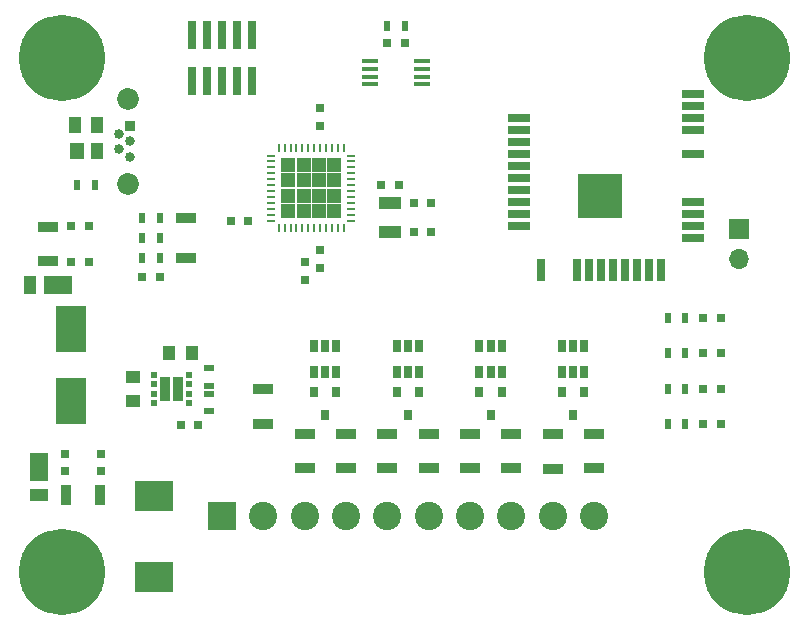
<source format=gts>
G04 #@! TF.GenerationSoftware,KiCad,Pcbnew,(5.0.0-rc2-dev-390-g2bfbff1)*
G04 #@! TF.CreationDate,2018-04-26T20:39:25-05:00*
G04 #@! TF.ProjectId,WiFi-Gate-Controller,576946692D476174652D436F6E74726F,rev?*
G04 #@! TF.SameCoordinates,Original*
G04 #@! TF.FileFunction,Soldermask,Top*
G04 #@! TF.FilePolarity,Negative*
%FSLAX46Y46*%
G04 Gerber Fmt 4.6, Leading zero omitted, Abs format (unit mm)*
G04 Created by KiCad (PCBNEW (5.0.0-rc2-dev-390-g2bfbff1)) date Thursday, April 26, 2018 at 08:39:25 PM*
%MOMM*%
%LPD*%
G01*
G04 APERTURE LIST*
%ADD10R,0.800000X0.750000*%
%ADD11R,0.940000X2.040000*%
%ADD12R,0.590000X0.540000*%
%ADD13C,7.300000*%
%ADD14R,1.700000X0.900000*%
%ADD15R,1.900000X1.100000*%
%ADD16R,0.740000X2.400000*%
%ADD17C,2.400000*%
%ADD18R,2.400000X2.400000*%
%ADD19C,1.850000*%
%ADD20C,0.840000*%
%ADD21R,0.840000X0.840000*%
%ADD22R,3.300000X2.500000*%
%ADD23R,1.900000X0.800000*%
%ADD24R,0.800000X1.900000*%
%ADD25R,3.700000X3.700000*%
%ADD26C,0.500000*%
%ADD27R,0.750000X0.800000*%
%ADD28R,1.500000X1.050000*%
%ADD29R,1.500000X2.400000*%
%ADD30R,2.400000X1.500000*%
%ADD31R,1.050000X1.500000*%
%ADD32R,0.800000X0.800000*%
%ADD33R,0.500000X0.900000*%
%ADD34R,1.450000X0.450000*%
%ADD35R,0.650000X1.060000*%
%ADD36R,1.287500X1.287500*%
%ADD37R,0.250000X0.700000*%
%ADD38R,0.700000X0.250000*%
%ADD39R,0.800000X0.900000*%
%ADD40R,0.900000X1.700000*%
%ADD41R,2.500000X4.000000*%
%ADD42R,1.250000X1.000000*%
%ADD43R,1.000000X1.250000*%
%ADD44O,1.700000X1.700000*%
%ADD45R,1.700000X1.700000*%
%ADD46R,1.000000X1.400000*%
%ADD47R,1.200000X1.400000*%
%ADD48R,0.900000X0.500000*%
G04 APERTURE END LIST*
D10*
X40000000Y-66600000D03*
X41500000Y-66600000D03*
D11*
X38700000Y-63500000D03*
X39800000Y-63500000D03*
D12*
X37775000Y-64700000D03*
X37775000Y-63900000D03*
X37775000Y-63100000D03*
X37775000Y-62300000D03*
X40725000Y-62300000D03*
X40725000Y-63100000D03*
X40725000Y-63900000D03*
X40725000Y-64700000D03*
D13*
X88000000Y-35500000D03*
X88000000Y-79000000D03*
X30000000Y-79000000D03*
X30000000Y-35500000D03*
D14*
X40500000Y-49050000D03*
X40500000Y-52450000D03*
D15*
X57750000Y-50200000D03*
X57750000Y-47800000D03*
D16*
X46040000Y-33550000D03*
X46040000Y-37450000D03*
X44770000Y-33550000D03*
X44770000Y-37450000D03*
X43500000Y-33550000D03*
X43500000Y-37450000D03*
X42230000Y-33550000D03*
X42230000Y-37450000D03*
X40960000Y-33550000D03*
X40960000Y-37450000D03*
D17*
X75000000Y-74250000D03*
X71500000Y-74250000D03*
X68000000Y-74250000D03*
D18*
X43500000Y-74250000D03*
D17*
X64500000Y-74281729D03*
X61000000Y-74250000D03*
X57500000Y-74250000D03*
X54000000Y-74250000D03*
X47000000Y-74250000D03*
X50500000Y-74250000D03*
D19*
X35530000Y-46125000D03*
X35530000Y-38975000D03*
D20*
X35750000Y-43850000D03*
X34750000Y-43200000D03*
X35750000Y-42550000D03*
X34750000Y-41900000D03*
D21*
X35750000Y-41250000D03*
D22*
X37750000Y-79400000D03*
X37750000Y-72600000D03*
D23*
X83365000Y-50750000D03*
X83365000Y-49734000D03*
X83365000Y-48718000D03*
X83365000Y-47702000D03*
X83365000Y-43638000D03*
X83365000Y-41606000D03*
X83365000Y-40590000D03*
X83365000Y-39574000D03*
X83365000Y-38558000D03*
X68635000Y-40596000D03*
X68635000Y-41612000D03*
X68635000Y-42628000D03*
X68635000Y-43644000D03*
X68635000Y-44660000D03*
X68635000Y-45676000D03*
X68635000Y-46692000D03*
X68635000Y-47708000D03*
X68635000Y-48724000D03*
X68635000Y-49740000D03*
D24*
X70535000Y-53420000D03*
X73583000Y-53420000D03*
X74599000Y-53420000D03*
X75615000Y-53420000D03*
X76631000Y-53420000D03*
X77647000Y-53420000D03*
X78663000Y-53420000D03*
X79679000Y-53420000D03*
X80695000Y-53420000D03*
D25*
X75515000Y-47150000D03*
D26*
X75515000Y-47150000D03*
X74315000Y-47150000D03*
X76715000Y-47150000D03*
X74315000Y-45950000D03*
X75515000Y-45950000D03*
X76715000Y-45950000D03*
X74315000Y-48350000D03*
X75515000Y-48350000D03*
X76715000Y-48350000D03*
D27*
X30250000Y-69000000D03*
X30250000Y-70500000D03*
D10*
X30750000Y-49750000D03*
X32250000Y-49750000D03*
X30750000Y-52750000D03*
X32250000Y-52750000D03*
X57500000Y-34250000D03*
X59000000Y-34250000D03*
X57000000Y-46250000D03*
X58500000Y-46250000D03*
D27*
X51818750Y-39750000D03*
X51818750Y-41250000D03*
X51818750Y-51750000D03*
X51818750Y-53250000D03*
D10*
X44250000Y-49250000D03*
X45750000Y-49250000D03*
D27*
X50500000Y-52750000D03*
X50500000Y-54250000D03*
D10*
X61250000Y-50200000D03*
X59750000Y-50200000D03*
X59750000Y-47800000D03*
X61250000Y-47800000D03*
X38250000Y-54000000D03*
X36750000Y-54000000D03*
D28*
X28000000Y-72525000D03*
D29*
X28000000Y-70150000D03*
D30*
X29600000Y-54750000D03*
D31*
X27225000Y-54750000D03*
D32*
X85800000Y-60500000D03*
X84200000Y-60500000D03*
X84200000Y-63500000D03*
X85800000Y-63500000D03*
D33*
X57500000Y-32750000D03*
X59000000Y-32750000D03*
D14*
X50500000Y-70200000D03*
X50500000Y-67300000D03*
X54000000Y-70200000D03*
X54000000Y-67300000D03*
X57500000Y-67300000D03*
X57500000Y-70200000D03*
D33*
X82750000Y-63500000D03*
X81250000Y-63500000D03*
X81250000Y-60500000D03*
X82750000Y-60500000D03*
X82750000Y-57500000D03*
X81250000Y-57500000D03*
D14*
X61000000Y-67300000D03*
X61000000Y-70200000D03*
X64500000Y-70200000D03*
X64500000Y-67300000D03*
D33*
X81250000Y-66500000D03*
X82750000Y-66500000D03*
D14*
X68000000Y-67300000D03*
X68000000Y-70200000D03*
D33*
X36750000Y-49050000D03*
X38250000Y-49050000D03*
D14*
X71500000Y-70250000D03*
X71500000Y-67350000D03*
D33*
X38250000Y-52450000D03*
X36750000Y-52450000D03*
X36750000Y-50750000D03*
X38250000Y-50750000D03*
D14*
X75000000Y-67300000D03*
X75000000Y-70200000D03*
D34*
X60450000Y-35775000D03*
X60450000Y-36425000D03*
X60450000Y-37075000D03*
X60450000Y-37725000D03*
X56050000Y-37725000D03*
X56050000Y-37075000D03*
X56050000Y-36425000D03*
X56050000Y-35775000D03*
D35*
X51300000Y-62100000D03*
X52250000Y-62100000D03*
X53200000Y-62100000D03*
X53200000Y-59900000D03*
X51300000Y-59900000D03*
X52250000Y-59900000D03*
X59250000Y-59900000D03*
X58300000Y-59900000D03*
X60200000Y-59900000D03*
X60200000Y-62100000D03*
X59250000Y-62100000D03*
X58300000Y-62100000D03*
D36*
X53000000Y-48431250D03*
X53000000Y-47143750D03*
X53000000Y-45856250D03*
X53000000Y-44568750D03*
X51712500Y-48431250D03*
X51712500Y-47143750D03*
X51712500Y-45856250D03*
X51712500Y-44568750D03*
X50425000Y-48431250D03*
X50425000Y-47143750D03*
X50425000Y-45856250D03*
X50425000Y-44568750D03*
X49137500Y-48431250D03*
X49137500Y-47143750D03*
X49137500Y-45856250D03*
X49137500Y-44568750D03*
D37*
X53818750Y-49900000D03*
X53318750Y-49900000D03*
X52818750Y-49900000D03*
X52318750Y-49900000D03*
X51818750Y-49900000D03*
X51318750Y-49900000D03*
X50818750Y-49900000D03*
X50318750Y-49900000D03*
X49818750Y-49900000D03*
X49318750Y-49900000D03*
X48818750Y-49900000D03*
X48318750Y-49900000D03*
D38*
X47668750Y-49250000D03*
X47668750Y-48750000D03*
X47668750Y-48250000D03*
X47668750Y-47750000D03*
X47668750Y-47250000D03*
X47668750Y-46750000D03*
X47668750Y-46250000D03*
X47668750Y-45750000D03*
X47668750Y-45250000D03*
X47668750Y-44750000D03*
X47668750Y-44250000D03*
X47668750Y-43750000D03*
D37*
X48318750Y-43100000D03*
X48818750Y-43100000D03*
X49318750Y-43100000D03*
X49818750Y-43100000D03*
X50318750Y-43100000D03*
X50818750Y-43100000D03*
X51318750Y-43100000D03*
X51818750Y-43100000D03*
X52318750Y-43100000D03*
X52818750Y-43100000D03*
X53318750Y-43100000D03*
X53818750Y-43100000D03*
D38*
X54468750Y-43750000D03*
X54468750Y-44250000D03*
X54468750Y-44750000D03*
X54468750Y-45250000D03*
X54468750Y-45750000D03*
X54468750Y-46250000D03*
X54468750Y-46750000D03*
X54468750Y-47250000D03*
X54468750Y-47750000D03*
X54468750Y-48250000D03*
X54468750Y-48750000D03*
X54468750Y-49250000D03*
D35*
X65300000Y-62100000D03*
X66250000Y-62100000D03*
X67200000Y-62100000D03*
X67200000Y-59900000D03*
X65300000Y-59900000D03*
X66250000Y-59900000D03*
X73250000Y-59900000D03*
X72300000Y-59900000D03*
X74200000Y-59900000D03*
X74200000Y-62100000D03*
X73250000Y-62100000D03*
X72300000Y-62100000D03*
D39*
X52250000Y-65750000D03*
X51300000Y-63750000D03*
X53200000Y-63750000D03*
X60200000Y-63750000D03*
X58300000Y-63750000D03*
X59250000Y-65750000D03*
D40*
X33200000Y-72500000D03*
X30300000Y-72500000D03*
D14*
X28750000Y-52700000D03*
X28750000Y-49800000D03*
D27*
X33250000Y-69000000D03*
X33250000Y-70500000D03*
D41*
X30750000Y-58450000D03*
X30750000Y-64550000D03*
D42*
X36000000Y-64500000D03*
X36000000Y-62500000D03*
D43*
X39000000Y-60500000D03*
X41000000Y-60500000D03*
D44*
X87250000Y-52540000D03*
D45*
X87250000Y-50000000D03*
D46*
X31050000Y-41150000D03*
X32950000Y-41150000D03*
X32950000Y-43350000D03*
D47*
X31230000Y-43350000D03*
D32*
X84200000Y-57500000D03*
X85800000Y-57500000D03*
D39*
X67200000Y-63750000D03*
X65300000Y-63750000D03*
X66250000Y-65750000D03*
D32*
X85800000Y-66500000D03*
X84200000Y-66500000D03*
D39*
X73250000Y-65750000D03*
X72300000Y-63750000D03*
X74200000Y-63750000D03*
D14*
X47000000Y-63550000D03*
X47000000Y-66450000D03*
D33*
X32750000Y-46250000D03*
X31250000Y-46250000D03*
D48*
X42400000Y-63250000D03*
X42400000Y-61750000D03*
X42400000Y-63900000D03*
X42400000Y-65400000D03*
M02*

</source>
